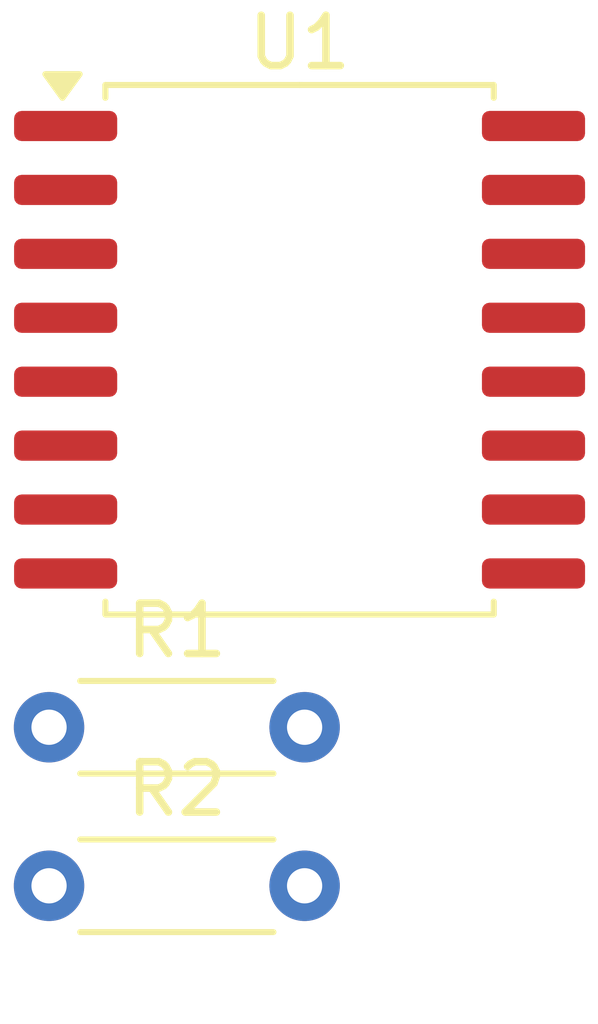
<source format=kicad_pcb>
(kicad_pcb (version 20240108) (generator "pcbnew") (generator_version "8.0")
  (layers (0 "F.Cu" signal) (31 "B.Cu" signal) (34 "B.Paste" user) (35 "F.Paste" user) (36 "B.SilkS" user "B.Silkscreen") (37 "F.SilkS" user "F.Silkscreen") (38 "B.Mask" user) (39 "F.Mask" user) (44 "Edge.Cuts" user))
  (net 0 "")
  (net 1 "SCL")
  (net 2 "Net-(U1-SDA)")
  (net 3 "Net-(U1-SCL)")
  (net 4 "GNDREF")
  (footprint "Resistor_THT:R_Axial_DIN0204_L3.6mm_D1.6mm_P5.08mm_Horizontal" (layer "F.Cu") (at 17.42 26.85)
    (property "Reference" "R1" (at 2.54 -1.92 0) (layer "F.SilkS"))
    (property "Value" "4K7")
    (fp_line (start 0.62 -0.92) (end 4.46 -0.92) (stroke (width 0.12)) (layer "F.SilkS"))
    (fp_line (start 0.62 0.92) (end 4.46 0.92) (stroke (width 0.12)) (layer "F.SilkS"))
    (pad "1" thru_hole circle (at 0 0) (size 1.4 1.4) (drill 0.7) (layers "*.Cu" "*.Mask") (net 1 "SCL"))
    (pad "2" thru_hole oval (at 5.08 0) (size 1.4 1.4) (drill 0.7) (layers "*.Cu" "*.Mask") (net 2 "Net-(U1-SDA)"))
  )
  (footprint "Package_SO:SOIC-16W_7.5x10.3mm_P1.27mm" (layer "F.Cu") (at 22.4 19.35)
    (property "Reference" "U1" (at 0 -6.1 0) (layer "F.SilkS"))
    (property "Value" "DS3231M")
    (fp_line (start -3.86 -5.26) (end -3.86 -5.005) (stroke (width 0.12)) (layer "F.SilkS"))
    (fp_line (start -3.86 5.26) (end -3.86 5.005) (stroke (width 0.12)) (layer "F.SilkS"))
    (fp_line (start 0 -5.26) (end -3.86 -5.26) (stroke (width 0.12)) (layer "F.SilkS"))
    (fp_line (start 0 -5.26) (end 3.86 -5.26) (stroke (width 0.12)) (layer "F.SilkS"))
    (fp_line (start 0 5.26) (end -3.86 5.26) (stroke (width 0.12)) (layer "F.SilkS"))
    (fp_line (start 0 5.26) (end 3.86 5.26) (stroke (width 0.12)) (layer "F.SilkS"))
    (fp_line (start 3.86 -5.26) (end 3.86 -5.005) (stroke (width 0.12)) (layer "F.SilkS"))
    (fp_line (start 3.86 5.26) (end 3.86 5.005) (stroke (width 0.12)) (layer "F.SilkS"))
    (fp_poly (pts (xy -4.7125 -5.005) (xy -5.0525 -5.475) (xy -4.3725 -5.475) (xy -4.7125 -5.005)) (stroke (width 0.12)) (fill solid) (layer "F.SilkS"))
    (pad "1" smd roundrect (at -4.65 -4.445) (size 2.05 0.6) (layers "F.Cu" "F.Paste" "F.Mask"))
    (pad "2" smd roundrect (at -4.65 -3.175) (size 2.05 0.6) (layers "F.Cu" "F.Paste" "F.Mask") (net 1 "SCL"))
    (pad "3" smd roundrect (at -4.65 -1.905) (size 2.05 0.6) (layers "F.Cu" "F.Paste" "F.Mask"))
    (pad "4" smd roundrect (at -4.65 -0.635) (size 2.05 0.6) (layers "F.Cu" "F.Paste" "F.Mask"))
    (pad "5" smd roundrect (at -4.65 0.635) (size 2.05 0.6) (layers "F.Cu" "F.Paste" "F.Mask") (net 4 "GNDREF"))
    (pad "6" smd roundrect (at -4.65 1.905) (size 2.05 0.6) (layers "F.Cu" "F.Paste" "F.Mask") (net 4 "GNDREF"))
    (pad "7" smd roundrect (at -4.65 3.175) (size 2.05 0.6) (layers "F.Cu" "F.Paste" "F.Mask") (net 4 "GNDREF"))
    (pad "8" smd roundrect (at -4.65 4.445) (size 2.05 0.6) (layers "F.Cu" "F.Paste" "F.Mask") (net 4 "GNDREF"))
    (pad "9" smd roundrect (at 4.65 4.445) (size 2.05 0.6) (layers "F.Cu" "F.Paste" "F.Mask") (net 4 "GNDREF"))
    (pad "10" smd roundrect (at 4.65 3.175) (size 2.05 0.6) (layers "F.Cu" "F.Paste" "F.Mask") (net 4 "GNDREF"))
    (pad "11" smd roundrect (at 4.65 1.905) (size 2.05 0.6) (layers "F.Cu" "F.Paste" "F.Mask") (net 4 "GNDREF"))
    (pad "12" smd roundrect (at 4.65 0.635) (size 2.05 0.6) (layers "F.Cu" "F.Paste" "F.Mask") (net 4 "GNDREF"))
    (pad "13" smd roundrect (at 4.65 -0.635) (size 2.05 0.6) (layers "F.Cu" "F.Paste" "F.Mask") (net 4 "GNDREF"))
    (pad "14" smd roundrect (at 4.65 -1.905) (size 2.05 0.6) (layers "F.Cu" "F.Paste" "F.Mask"))
    (pad "15" smd roundrect (at 4.65 -3.175) (size 2.05 0.6) (layers "F.Cu" "F.Paste" "F.Mask") (net 2 "Net-(U1-SDA)"))
    (pad "16" smd roundrect (at 4.65 -4.445) (size 2.05 0.6) (layers "F.Cu" "F.Paste" "F.Mask") (net 3 "Net-(U1-SCL)"))
  )
  (footprint "Resistor_THT:R_Axial_DIN0204_L3.6mm_D1.6mm_P5.08mm_Horizontal" (layer "F.Cu") (at 17.42 30)
    (property "Reference" "R2" (at 2.54 -1.92 0) (layer "F.SilkS"))
    (property "Value" "4K7")
    (fp_line (start 0.62 -0.92) (end 4.46 -0.92) (stroke (width 0.12)) (layer "F.SilkS"))
    (fp_line (start 0.62 0.92) (end 4.46 0.92) (stroke (width 0.12)) (layer "F.SilkS"))
    (pad "1" thru_hole circle (at 0 0) (size 1.4 1.4) (drill 0.7) (layers "*.Cu" "*.Mask") (net 1 "SCL"))
    (pad "2" thru_hole oval (at 5.08 0) (size 1.4 1.4) (drill 0.7) (layers "*.Cu" "*.Mask") (net 3 "Net-(U1-SCL)"))
  )
)
</source>
